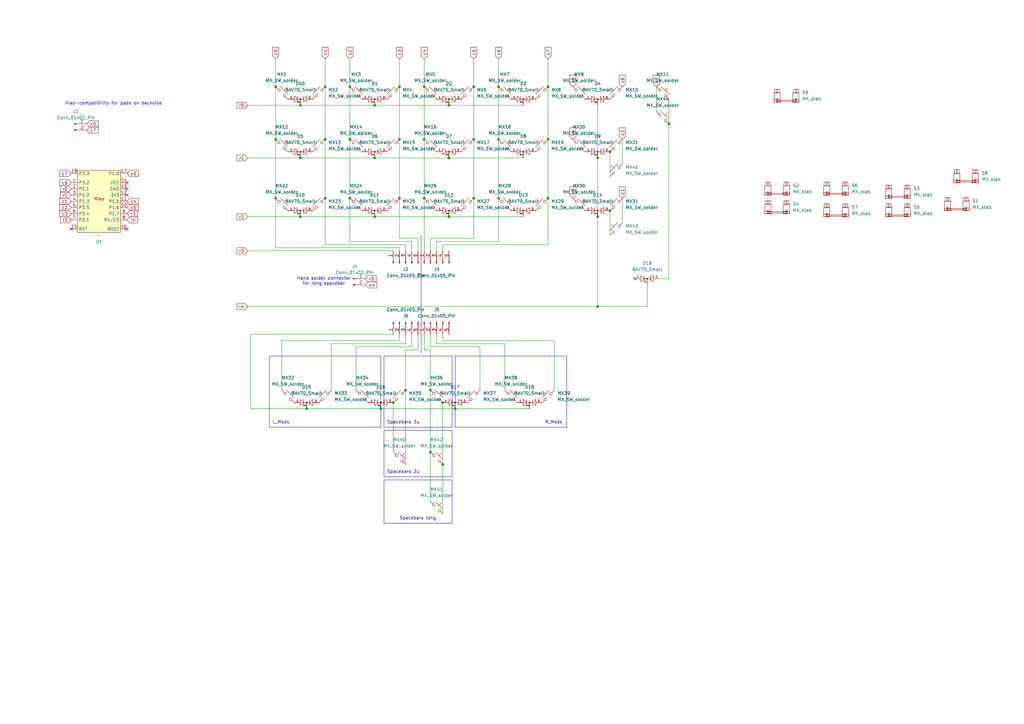
<source format=kicad_sch>
(kicad_sch (version 20231120) (generator "eeschema") (generator_version "8.0")
  (paper "A3")
  (lib_symbols
    (symbol "Connector:Conn_01x02_Pin" (pin_names (offset 1.016) hide)
      (property "Reference" "J" (at 0 2.54 0))
      (property "Value" "Conn_01x02_Pin" (at 0 -5.08 0))
      (symbol "Conn_01x02_Pin_1_1"
        (polyline (pts (xy 1.27 -2.54) (xy 0.8636 -2.54)) (stroke (width 0.1524)))
        (polyline (pts (xy 1.27 0) (xy 0.8636 0)) (stroke (width 0.1524)))
        (rectangle (start 0.8636 -2.413) (end 0 -2.667) (stroke (width 0.1524)) (fill (type outline)))
        (rectangle (start 0.8636 0.127) (end 0 -0.127) (stroke (width 0.1524)) (fill (type outline)))
        (pin passive line (at 5.08 0 180) (length 3.81) (name "Pin_1") (number "1"))
        (pin passive line (at 5.08 -2.54 180) (length 3.81) (name "Pin_2") (number "2"))
      )
    )
    (symbol "Connector:Conn_01x05_Pin" (pin_names (offset 1.016) hide)
      (property "Reference" "J" (at 0 7.62 0))
      (property "Value" "Conn_01x05_Pin" (at 0 -7.62 0))
      (symbol "Conn_01x05_Pin_1_1"
        (polyline (pts (xy 1.27 -5.08) (xy 0.8636 -5.08)) (stroke (width 0.1524)))
        (polyline (pts (xy 1.27 -2.54) (xy 0.8636 -2.54)) (stroke (width 0.1524)))
        (polyline (pts (xy 1.27 0) (xy 0.8636 0)) (stroke (width 0.1524)))
        (polyline (pts (xy 1.27 2.54) (xy 0.8636 2.54)) (stroke (width 0.1524)))
        (polyline (pts (xy 1.27 5.08) (xy 0.8636 5.08)) (stroke (width 0.1524)))
        (rectangle (start 0.8636 -4.953) (end 0 -5.207) (stroke (width 0.1524)) (fill (type outline)))
        (rectangle (start 0.8636 -2.413) (end 0 -2.667) (stroke (width 0.1524)) (fill (type outline)))
        (rectangle (start 0.8636 0.127) (end 0 -0.127) (stroke (width 0.1524)) (fill (type outline)))
        (rectangle (start 0.8636 2.667) (end 0 2.413) (stroke (width 0.1524)) (fill (type outline)))
        (rectangle (start 0.8636 5.207) (end 0 4.953) (stroke (width 0.1524)) (fill (type outline)))
        (pin passive line (at 5.08 5.08 180) (length 3.81) (name "Pin_1") (number "1"))
        (pin passive line (at 5.08 2.54 180) (length 3.81) (name "Pin_2") (number "2"))
        (pin passive line (at 5.08 0 180) (length 3.81) (name "Pin_3") (number "3"))
        (pin passive line (at 5.08 -2.54 180) (length 3.81) (name "Pin_4") (number "4"))
        (pin passive line (at 5.08 -5.08 180) (length 3.81) (name "Pin_5") (number "5"))
      )
    )
    (symbol "Miao:Miao_full_pinout"
      (property "Reference" "U" (at 0 5.08 0))
      (symbol "Miao_full_pinout_1_1"
        (rectangle (start -8.89 12.7) (end 8.89 -12.7) (fill (type background)))
        (text "Miao\n\n" (at 0 0 0) (effects (font (size 1.27 1.27))))
        (pin bidirectional line (at -11.43 7.62 0) (length 2.54) (name "P3.2") (number "1"))
        (pin bidirectional line (at 11.43 -2.54 180) (length 2.54) (name "P1.6") (number "10"))
        (pin bidirectional line (at 11.43 0 180) (length 2.54) (name "P1.5") (number "11"))
        (pin power_out line (at 11.43 2.54 180) (length 2.54) (name "3V3") (number "12"))
        (pin power_out line (at 11.43 5.08 180) (length 2.54) (name "GND") (number "13"))
        (pin power_in line (at 11.43 7.62 180) (length 2.54) (name "VCC") (number "14"))
        (pin input line (at -11.43 -11.43 0) (length 2.54) (name "RST") (number "15"))
        (pin input line (at 11.43 -11.43 180) (length 2.54) (name "BOOT") (number "16"))
        (pin bidirectional line (at 11.43 11.43 180) (length 2.54) (name "P1.0") (number "17"))
        (pin bidirectional line (at -11.43 11.43 0) (length 2.54) (name "P3.3") (number "18"))
        (pin bidirectional line (at -11.43 5.08 0) (length 2.54) (name "P1.1") (number "2"))
        (pin bidirectional line (at -11.43 2.54 0) (length 2.54) (name "P1.2") (number "3"))
        (pin bidirectional line (at -11.43 0 0) (length 2.54) (name "P1.3") (number "4"))
        (pin bidirectional line (at -11.43 -2.54 0) (length 2.54) (name "P3.5") (number "5"))
        (pin bidirectional line (at -11.43 -5.08 0) (length 2.54) (name "P3.4") (number "6"))
        (pin bidirectional line (at -11.43 -7.62 0) (length 2.54) (name "P3.1") (number "7"))
        (pin bidirectional line (at 11.43 -7.62 180) (length 2.54) (name "RX/CS") (number "8"))
        (pin bidirectional line (at 11.43 -5.08 180) (length 2.54) (name "P1.7") (number "9"))
      )
    )
    (symbol "PCM_marbastlib-mx:MX_SW_solder" (pin_numbers hide) (pin_names (offset 1.016) hide)
      (property "Reference" "MX" (at 3.048 1.016 0))
      (property "Value" "MX_SW_solder" (at 0 -3.81 0))
      (symbol "MX_SW_solder_0_1"
        (circle (center -1.1684 1.1684) (radius 0.508))
        (polyline (pts (xy -0.508 2.54) (xy 2.54 -0.508)))
        (polyline (pts (xy 1.016 1.016) (xy 2.032 2.032)))
        (polyline (pts (xy -2.54 2.54) (xy -1.524 1.524) (xy -1.524 1.524)))
        (polyline (pts (xy 1.524 -1.524) (xy 2.54 -2.54) (xy 2.54 -2.54) (xy 2.54 -2.54)))
        (circle (center 1.143 -1.1938) (radius 0.508))
        (pin passive line (at -2.54 2.54 0) (length 0) (name "1") (number "1"))
        (pin passive line (at 2.54 -2.54 180) (length 0) (name "2") (number "2"))
      )
    )
    (symbol "PCM_marbastlib-mx:MX_stab" (pin_names (offset 1.016))
      (property "Reference" "S" (at -5.08 6.35 0))
      (property "Value" "MX_stab" (at -5.08 3.81 0))
      (symbol "MX_stab_0_1"
        (rectangle (start -5.08 -1.524) (end -2.54 -2.54))
        (rectangle (start -5.08 1.27) (end -2.54 -2.54))
        (rectangle (start -4.826 2.794) (end -2.794 1.27))
        (rectangle (start -4.064 -2.286) (end -3.556 -1.016))
        (rectangle (start -4.064 -1.778) (end 4.064 -2.286))
        (rectangle (start -4.064 1.27) (end -3.556 2.794))
        (rectangle (start 2.54 -1.524) (end 5.08 -2.54))
        (rectangle (start 2.54 1.27) (end 5.08 -2.54))
        (rectangle (start 2.794 2.794) (end 4.826 1.27))
        (rectangle (start 3.556 1.27) (end 4.064 2.794))
        (rectangle (start 4.064 -2.286) (end 3.556 -1.016))
      )
    )
    (symbol "PCM_marbastlib-various:BAV70_Small" (pin_names (offset 0.762) hide)
      (property "Reference" "D" (at 0.635 -2.54 0))
      (property "Value" "BAV70_Small" (at 0 2.54 0))
      (symbol "BAV70_Small_0_1"
        (polyline (pts (xy -1.27 1.27) (xy -1.27 -1.27)))
        (polyline (pts (xy 1.27 0) (xy -1.27 0)))
        (polyline (pts (xy 1.27 1.27) (xy 1.27 -1.27)))
        (polyline (pts (xy -2.54 1.27) (xy -2.54 -1.27) (xy -1.27 0) (xy -2.54 1.27)))
        (polyline (pts (xy 2.54 1.27) (xy 2.54 -1.27) (xy 1.27 0) (xy 2.54 1.27)))
        (circle (center 0 0) (radius 0.254) (fill (type outline)))
      )
      (symbol "BAV70_Small_1_1"
        (pin input line (at -5.08 0 0) (length 2.54) (name "A1") (number "1"))
        (pin input line (at 5.08 0 180) (length 2.54) (name "A2") (number "2"))
        (pin passive line (at 0 -2.54 90) (length 2.54) (name "K") (number "3"))
      )
    )
  )
  (junction (at 133.35 81.28))
  (junction (at 224.79 35.56))
  (junction (at 224.79 81.28))
  (junction (at 163.83 35.56))
  (junction (at 143.51 81.28))
  (junction (at 204.47 35.56))
  (junction (at 245.11 125.73))
  (junction (at 133.35 35.56))
  (junction (at 113.03 81.28))
  (junction (at 123.19 64.77))
  (junction (at 156.21 167.64))
  (junction (at 113.03 57.15))
  (junction (at 123.19 88.9))
  (junction (at 153.67 43.18))
  (junction (at 123.19 43.18))
  (junction (at 184.15 88.9))
  (junction (at 184.15 43.18))
  (junction (at 184.15 64.77))
  (junction (at 166.37 160.02))
  (junction (at 176.53 160.02))
  (junction (at 143.51 57.15))
  (junction (at 163.83 57.15))
  (junction (at 133.35 57.15))
  (junction (at 274.32 50.8))
  (junction (at 250.19 86.36))
  (junction (at 163.83 81.28))
  (junction (at 181.61 190.5))
  (junction (at 194.31 57.15))
  (junction (at 194.31 35.56))
  (junction (at 250.19 62.23))
  (junction (at 161.29 165.1))
  (junction (at 186.69 167.64))
  (junction (at 181.61 165.1))
  (junction (at 153.67 64.77))
  (junction (at 176.53 185.42))
  (junction (at 143.51 35.56))
  (junction (at 204.47 81.28))
  (junction (at 173.99 57.15))
  (junction (at 153.67 88.9))
  (junction (at 224.79 57.15))
  (junction (at 173.99 81.28))
  (junction (at 204.47 57.15))
  (junction (at 173.99 35.56))
  (junction (at 194.31 81.28))
  (junction (at 245.11 88.9))
  (junction (at 245.11 64.77))
  (junction (at 125.73 167.64))
  (junction (at 113.03 35.56))
  (no_connect (at 52.07 93.98))
  (no_connect (at 52.07 74.93))
  (no_connect (at 52.07 77.47))
  (no_connect (at 52.07 80.01))
  (no_connect (at 29.21 93.98))
  (no_connect (at 260.35 114.3))
  (wire (pts (xy 102.87 137.16) (xy 102.87 167.64)))
  (wire (pts (xy 135.89 140.97) (xy 166.37 140.97)))
  (wire (pts (xy 176.53 143.51) (xy 173.99 143.51)))
  (wire (pts (xy 250.19 62.23) (xy 250.19 72.39)))
  (wire (pts (xy 173.99 35.56) (xy 173.99 57.15)))
  (wire (pts (xy 245.11 88.9) (xy 245.11 125.73)))
  (wire (pts (xy 153.67 64.77) (xy 184.15 64.77)))
  (wire (pts (xy 176.53 137.16) (xy 176.53 142.24)))
  (wire (pts (xy 245.11 64.77) (xy 245.11 88.9)))
  (wire (pts (xy 101.6 43.18) (xy 123.19 43.18)))
  (wire (pts (xy 153.67 88.9) (xy 184.15 88.9)))
  (wire (pts (xy 163.83 137.16) (xy 163.83 139.7)))
  (wire (pts (xy 166.37 143.51) (xy 171.45 143.51)))
  (wire (pts (xy 196.85 142.24) (xy 196.85 160.02)))
  (wire (pts (xy 274.32 40.64) (xy 274.32 50.8)))
  (wire (pts (xy 143.51 24.13) (xy 143.51 35.56)))
  (wire (pts (xy 181.61 190.5) (xy 181.61 210.82)))
  (wire (pts (xy 123.19 64.77) (xy 153.67 64.77)))
  (wire (pts (xy 181.61 100.33) (xy 224.79 100.33)))
  (wire (pts (xy 194.31 81.28) (xy 194.31 97.79)))
  (wire (pts (xy 176.53 185.42) (xy 176.53 205.74)))
  (wire (pts (xy 153.67 43.18) (xy 184.15 43.18)))
  (wire (pts (xy 101.6 88.9) (xy 123.19 88.9)))
  (wire (pts (xy 265.43 116.84) (xy 265.43 125.73)))
  (wire (pts (xy 207.01 140.97) (xy 179.07 140.97)))
  (wire (pts (xy 163.83 35.56) (xy 163.83 57.15)))
  (wire (pts (xy 194.31 35.56) (xy 194.31 57.15)))
  (wire (pts (xy 113.03 57.15) (xy 113.03 81.28)))
  (wire (pts (xy 224.79 24.13) (xy 224.79 35.56)))
  (wire (pts (xy 207.01 160.02) (xy 207.01 140.97)))
  (wire (pts (xy 224.79 57.15) (xy 224.79 81.28)))
  (wire (pts (xy 163.83 97.79) (xy 171.45 97.79)))
  (wire (pts (xy 194.31 24.13) (xy 194.31 35.56)))
  (wire (pts (xy 181.61 139.7) (xy 227.33 139.7)))
  (wire (pts (xy 184.15 43.18) (xy 214.63 43.18)))
  (wire (pts (xy 101.6 102.87) (xy 161.29 102.87)))
  (wire (pts (xy 163.83 81.28) (xy 163.83 97.79)))
  (wire (pts (xy 133.35 57.15) (xy 133.35 81.28)))
  (wire (pts (xy 168.91 142.24) (xy 146.05 142.24)))
  (wire (pts (xy 125.73 167.64) (xy 156.21 167.64)))
  (wire (pts (xy 166.37 100.33) (xy 166.37 102.87)))
  (wire (pts (xy 274.32 114.3) (xy 270.51 114.3)))
  (wire (pts (xy 227.33 139.7) (xy 227.33 160.02)))
  (wire (pts (xy 133.35 35.56) (xy 133.35 57.15)))
  (wire (pts (xy 101.6 64.77) (xy 123.19 64.77)))
  (wire (pts (xy 166.37 140.97) (xy 166.37 137.16)))
  (wire (pts (xy 179.07 99.06) (xy 204.47 99.06)))
  (wire (pts (xy 245.11 125.73) (xy 101.6 125.73)))
  (wire (pts (xy 181.61 165.1) (xy 181.61 190.5)))
  (wire (pts (xy 163.83 57.15) (xy 163.83 81.28)))
  (wire (pts (xy 143.51 81.28) (xy 143.51 99.06)))
  (wire (pts (xy 123.19 88.9) (xy 153.67 88.9)))
  (wire (pts (xy 176.53 142.24) (xy 196.85 142.24)))
  (wire (pts (xy 168.91 99.06) (xy 168.91 102.87)))
  (wire (pts (xy 146.05 142.24) (xy 146.05 160.02)))
  (wire (pts (xy 166.37 160.02) (xy 166.37 143.51)))
  (wire (pts (xy 176.53 97.79) (xy 176.53 102.87)))
  (wire (pts (xy 265.43 125.73) (xy 245.11 125.73)))
  (wire (pts (xy 163.83 24.13) (xy 163.83 35.56)))
  (wire (pts (xy 156.21 167.64) (xy 186.69 167.64)))
  (wire (pts (xy 181.61 102.87) (xy 181.61 100.33)))
  (wire (pts (xy 250.19 86.36) (xy 250.19 96.52)))
  (wire (pts (xy 166.37 160.02) (xy 166.37 190.5)))
  (wire (pts (xy 173.99 24.13) (xy 173.99 35.56)))
  (wire (pts (xy 143.51 57.15) (xy 143.51 81.28)))
  (wire (pts (xy 176.53 160.02) (xy 176.53 185.42)))
  (wire (pts (xy 133.35 24.13) (xy 133.35 35.56)))
  (wire (pts (xy 173.99 57.15) (xy 173.99 81.28)))
  (wire (pts (xy 133.35 100.33) (xy 166.37 100.33)))
  (wire (pts (xy 194.31 57.15) (xy 194.31 81.28)))
  (wire (pts (xy 113.03 35.56) (xy 113.03 57.15)))
  (wire (pts (xy 133.35 81.28) (xy 133.35 100.33)))
  (wire (pts (xy 123.19 43.18) (xy 153.67 43.18)))
  (wire (pts (xy 135.89 160.02) (xy 135.89 140.97)))
  (wire (pts (xy 179.07 140.97) (xy 179.07 137.16)))
  (wire (pts (xy 204.47 57.15) (xy 204.47 81.28)))
  (wire (pts (xy 161.29 165.1) (xy 161.29 185.42)))
  (wire (pts (xy 168.91 137.16) (xy 168.91 142.24)))
  (wire (pts (xy 102.87 167.64) (xy 125.73 167.64)))
  (wire (pts (xy 163.83 101.6) (xy 163.83 102.87)))
  (wire (pts (xy 274.32 50.8) (xy 274.32 114.3)))
  (wire (pts (xy 255.27 57.15) (xy 255.27 67.31)))
  (wire (pts (xy 269.24 35.56) (xy 269.24 45.72)))
  (wire (pts (xy 224.79 35.56) (xy 224.79 57.15)))
  (wire (pts (xy 184.15 88.9) (xy 214.63 88.9)))
  (wire (pts (xy 179.07 102.87) (xy 179.07 99.06)))
  (wire (pts (xy 176.53 160.02) (xy 176.53 143.51)))
  (wire (pts (xy 224.79 81.28) (xy 224.79 100.33)))
  (wire (pts (xy 194.31 97.79) (xy 176.53 97.79)))
  (wire (pts (xy 204.47 99.06) (xy 204.47 81.28)))
  (wire (pts (xy 102.87 137.16) (xy 161.29 137.16)))
  (wire (pts (xy 171.45 97.79) (xy 171.45 102.87)))
  (wire (pts (xy 115.57 139.7) (xy 115.57 160.02)))
  (wire (pts (xy 171.45 143.51) (xy 171.45 137.16)))
  (wire (pts (xy 143.51 99.06) (xy 168.91 99.06)))
  (wire (pts (xy 143.51 35.56) (xy 143.51 57.15)))
  (wire (pts (xy 204.47 35.56) (xy 204.47 57.15)))
  (wire (pts (xy 186.69 167.64) (xy 217.17 167.64)))
  (wire (pts (xy 113.03 101.6) (xy 163.83 101.6)))
  (wire (pts (xy 204.47 24.13) (xy 204.47 35.56)))
  (wire (pts (xy 255.27 81.28) (xy 255.27 91.44)))
  (wire (pts (xy 113.03 81.28) (xy 113.03 101.6)))
  (wire (pts (xy 163.83 139.7) (xy 115.57 139.7)))
  (wire (pts (xy 173.99 143.51) (xy 173.99 137.16)))
  (wire (pts (xy 245.11 43.18) (xy 245.11 64.77)))
  (wire (pts (xy 184.15 64.77) (xy 214.63 64.77)))
  (wire (pts (xy 173.99 81.28) (xy 173.99 102.87)))
  (wire (pts (xy 113.03 24.13) (xy 113.03 35.56)))
  (polyline (pts (xy 172.72 96.52) (xy 172.72 144.78)))
  (wire (pts (xy 181.61 137.16) (xy 181.61 139.7)))
  (rectangle (start 157.48 146.05) (end 185.42 175.26))
  (rectangle (start 157.48 176.53) (end 185.42 195.58))
  (rectangle (start 157.48 196.85) (end 185.42 214.63))
  (rectangle (start 186.69 146.05) (end 232.41 175.26))
  (rectangle (start 110.49 146.05) (end 156.21 175.26))
  (text "Hand solder connector\nfor long spacebar\n" (at 132.842 115.316 0) (effects (font (size 1.27 1.27))))
  (text "L_Mods" (at 111.76 173.99 0) (effects (font (size 1.27 1.27)) (justify left bottom)))
  (text "R_Mods" (at 223.52 173.99 0) (effects (font (size 1.27 1.27)) (justify left bottom)))
  (text "Spacebars 2u" (at 158.75 194.31 0) (effects (font (size 1.27 1.27)) (justify left bottom)))
  (text "Xiao-compatibility for pads on backside" (at 26.67 43.18 0) (effects (font (size 1.27 1.27)) (justify left bottom)))
  (text "Spacebars 3u" (at 158.75 173.99 0) (effects (font (size 1.27 1.27)) (justify left bottom)))
  (text "Spacebars long" (at 163.83 213.36 0) (effects (font (size 1.27 1.27)) (justify left bottom)))
  (global_label "c3" (shape input) (at 29.21 87.63 180) (property "Intersheetrefs" "${INTERSHEET_REFS}" (effects (hide yes))))
  (global_label "c7" (shape input) (at 29.21 71.12 180) (property "Intersheetrefs" "${INTERSHEET_REFS}" (effects (hide yes))))
  (global_label "c6" (shape input) (at 204.47 24.13 90) (property "Intersheetrefs" "${INTERSHEET_REFS}" (effects (hide yes))))
  (global_label "c1" (shape input) (at 29.21 82.55 180) (property "Intersheetrefs" "${INTERSHEET_REFS}" (effects (hide yes))))
  (global_label "c4" (shape input) (at 52.07 82.55 0) (property "Intersheetrefs" "${INTERSHEET_REFS}" (effects (hide yes))))
  (global_label "r3" (shape input) (at 52.07 87.63 0) (property "Intersheetrefs" "${INTERSHEET_REFS}" (effects (hide yes))))
  (global_label "c2" (shape input) (at 143.51 24.13 90) (property "Intersheetrefs" "${INTERSHEET_REFS}" (effects (hide yes))))
  (global_label "c7" (shape input) (at 224.79 24.13 90) (property "Intersheetrefs" "${INTERSHEET_REFS}" (effects (hide yes))))
  (global_label "r2" (shape input) (at 101.6 88.9 180) (property "Intersheetrefs" "${INTERSHEET_REFS}" (effects (hide yes))))
  (global_label "r2" (shape input) (at 29.21 90.17 180) (property "Intersheetrefs" "${INTERSHEET_REFS}" (effects (hide yes))))
  (global_label "c5" (shape input) (at 194.31 24.13 90) (property "Intersheetrefs" "${INTERSHEET_REFS}" (effects (hide yes))))
  (global_label "c1" (shape input) (at 133.35 24.13 90) (property "Intersheetrefs" "${INTERSHEET_REFS}" (effects (hide yes))))
  (global_label "r1" (shape input) (at 29.21 80.01 180) (property "Intersheetrefs" "${INTERSHEET_REFS}" (effects (hide yes))))
  (global_label "c3" (shape input) (at 163.83 24.13 90) (property "Intersheetrefs" "${INTERSHEET_REFS}" (effects (hide yes))))
  (global_label "c7" (shape input) (at 269.24 35.56 90) (property "Intersheetrefs" "${INTERSHEET_REFS}" (effects (hide yes))))
  (global_label "c0" (shape input) (at 52.07 71.12 0) (property "Intersheetrefs" "${INTERSHEET_REFS}" (effects (hide yes))))
  (global_label "c3" (shape input) (at 234.95 81.28 90) (property "Intersheetrefs" "${INTERSHEET_REFS}" (effects (hide yes))))
  (global_label "c4" (shape input) (at 173.99 24.13 90) (property "Intersheetrefs" "${INTERSHEET_REFS}" (effects (hide yes))))
  (global_label "r1" (shape input) (at 101.6 64.77 180) (property "Intersheetrefs" "${INTERSHEET_REFS}" (effects (hide yes))))
  (global_label "r0" (shape input) (at 101.6 43.18 180) (property "Intersheetrefs" "${INTERSHEET_REFS}" (effects (hide yes))))
  (global_label "r4" (shape input) (at 52.07 90.17 0) (property "Intersheetrefs" "${INTERSHEET_REFS}" (effects (hide yes))))
  (global_label "r0" (shape input) (at 29.21 77.47 180) (property "Intersheetrefs" "${INTERSHEET_REFS}" (effects (hide yes))))
  (global_label "c6" (shape input) (at 29.21 74.93 180) (property "Intersheetrefs" "${INTERSHEET_REFS}" (effects (hide yes))))
  (global_label "c0" (shape input) (at 113.03 24.13 90) (property "Intersheetrefs" "${INTERSHEET_REFS}" (effects (hide yes))))
  (global_label "r4" (shape input) (at 101.6 125.73 180) (property "Intersheetrefs" "${INTERSHEET_REFS}" (effects (hide yes))))
  (global_label "c4" (shape input) (at 149.86 116.84 0) (property "Intersheetrefs" "${INTERSHEET_REFS}" (effects (hide yes))))
  (global_label "c6" (shape input) (at 255.27 35.56 90) (property "Intersheetrefs" "${INTERSHEET_REFS}" (effects (hide yes))))
  (global_label "c1" (shape input) (at 255.27 81.28 90) (property "Intersheetrefs" "${INTERSHEET_REFS}" (effects (hide yes))))
  (global_label "c0" (shape input) (at 35.56 50.8 0) (property "Intersheetrefs" "${INTERSHEET_REFS}" (effects (hide yes))))
  (global_label "c2" (shape input) (at 29.21 85.09 180) (property "Intersheetrefs" "${INTERSHEET_REFS}" (effects (hide yes))))
  (global_label "r3" (shape input) (at 149.86 114.3 0) (property "Intersheetrefs" "${INTERSHEET_REFS}" (effects (hide yes))))
  (global_label "c5" (shape input) (at 234.95 35.56 90) (property "Intersheetrefs" "${INTERSHEET_REFS}" (effects (hide yes))))
  (global_label "c7" (shape input) (at 35.56 53.34 0) (property "Intersheetrefs" "${INTERSHEET_REFS}" (effects (hide yes))))
  (global_label "c4" (shape input) (at 234.95 57.15 90) (property "Intersheetrefs" "${INTERSHEET_REFS}" (effects (hide yes))))
  (global_label "c5" (shape input) (at 52.07 85.09 0) (property "Intersheetrefs" "${INTERSHEET_REFS}" (effects (hide yes))))
  (global_label "r3" (shape input) (at 101.6 102.87 180) (property "Intersheetrefs" "${INTERSHEET_REFS}" (effects (hide yes))))
  (global_label "c2" (shape input) (at 255.27 57.15 90) (property "Intersheetrefs" "${INTERSHEET_REFS}" (effects (hide yes))))
  (symbol (lib_id "PCM_marbastlib-various:BAV70_Small") (at 184.15 62.23 0) (unit 1)
    (property "Reference" "D7" (at 184.15 55.88 0))
    (property "Value" "BAV70_Small" (at 184.15 58.42 0))
    (property "Footprint" "Package_TO_SOT_SMD:SOT-23" (effects (hide yes)))
    (property "Datasheet" "https://assets.nexperia.com/documents/data-sheet/BAV70_SER.pdf" (effects (hide yes)))
  )
  (symbol (lib_id "Connector:Conn_01x05_Pin") (at 179.07 107.95 90) (unit 1)
    (property "Reference" "J3" (at 179.07 110.49 90))
    (property "Value" "Conn_01x05_Pin" (at 179.07 113.03 90))
    (property "Footprint" "Connector_PinHeader_2.54mm:PinHeader_1x05_P2.54mm_Vertical" (effects (hide yes)))
    (property "Description" "Generic connector, single row, 01x05, script generated" (effects (hide yes)))
  )
  (symbol (lib_id "PCM_marbastlib-various:BAV70_Small") (at 153.67 86.36 0) (unit 1)
    (property "Reference" "D11" (at 153.67 80.01 0))
    (property "Value" "BAV70_Small" (at 153.67 82.55 0))
    (property "Footprint" "Package_TO_SOT_SMD:SOT-23" (effects (hide yes)))
    (property "Datasheet" "https://assets.nexperia.com/documents/data-sheet/BAV70_SER.pdf" (effects (hide yes)))
  )
  (symbol (lib_id "PCM_marbastlib-mx:MX_SW_solder") (at 115.57 83.82 0) (unit 1)
    (property "Reference" "MX22" (at 115.57 76.2 0))
    (property "Value" "MX_SW_solder" (at 115.57 78.74 0))
    (property "Footprint" "PCM_marbastlib-mx:SW_MX_1.75u" (effects (hide yes)))
  )
  (symbol (lib_id "PCM_marbastlib-mx:MX_stab") (at 368.3 86.36 0) (unit 1)
    (property "Reference" "S5" (at 374.65 84.963 0) (effects (justify left)))
    (property "Value" "MX_stab" (at 374.65 87.503 0) (effects (justify left)))
    (property "Footprint" "PCM_marbastlib-mx:STAB_MX_2u" (effects (hide yes)))
  )
  (symbol (lib_id "PCM_marbastlib-mx:MX_SW_solder") (at 252.73 93.98 90) (unit 1)
    (property "Reference" "MX43" (at 256.54 92.71 90) (effects (justify right)))
    (property "Value" "MX_SW_solder" (at 256.54 95.25 90) (effects (justify right)))
    (property "Footprint" "PCM_marbastlib-mx:SW_MX_1u" (effects (hide yes)))
  )
  (symbol (lib_id "PCM_marbastlib-various:BAV70_Small") (at 123.19 40.64 0) (unit 1)
    (property "Reference" "D40" (at 123.19 34.29 0))
    (property "Value" "BAV70_Small" (at 123.19 36.83 0))
    (property "Footprint" "Package_TO_SOT_SMD:SOT-23" (effects (hide yes)))
    (property "Datasheet" "https://assets.nexperia.com/documents/data-sheet/BAV70_SER.pdf" (effects (hide yes)))
  )
  (symbol (lib_id "PCM_marbastlib-mx:MX_SW_solder") (at 163.83 162.56 90) (unit 1)
    (property "Reference" "MX35" (at 167.64 161.29 90) (effects (justify right)))
    (property "Value" "MX_SW_solder" (at 167.64 163.83 90) (effects (justify right)))
    (property "Footprint" "PCM_marbastlib-mx:SW_MX_1u" (effects (hide yes)))
  )
  (symbol (lib_id "PCM_marbastlib-mx:MX_SW_solder") (at 271.78 48.26 0) (unit 1)
    (property "Reference" "MX44" (at 271.78 40.64 0))
    (property "Value" "MX_SW_solder" (at 271.78 43.18 0))
    (property "Footprint" "PCM_marbastlib-mx:SW_MX_1.5u" (effects (hide yes)))
  )
  (symbol (lib_id "PCM_marbastlib-mx:MX_SW_solder") (at 237.49 83.82 0) (unit 1)
    (property "Reference" "MX30" (at 237.49 76.2 0))
    (property "Value" "MX_SW_solder" (at 237.49 78.74 0))
    (property "Footprint" "PCM_marbastlib-mx:SW_MX_1u" (effects (hide yes)))
  )
  (symbol (lib_id "PCM_marbastlib-mx:MX_SW_solder") (at 252.73 38.1 90) (unit 1)
    (property "Reference" "MX10" (at 256.54 36.83 90) (effects (justify right)))
    (property "Value" "MX_SW_solder" (at 256.54 39.37 90) (effects (justify right)))
    (property "Footprint" "PCM_marbastlib-mx:SW_MX_1u" (effects (hide yes)))
  )
  (symbol (lib_id "PCM_marbastlib-mx:MX_SW_solder") (at 222.25 38.1 90) (unit 1)
    (property "Reference" "MX8" (at 226.06 36.83 90) (effects (justify right)))
    (property "Value" "MX_SW_solder" (at 226.06 39.37 90) (effects (justify right)))
    (property "Footprint" "PCM_marbastlib-mx:SW_MX_1u" (effects (hide yes)))
  )
  (symbol (lib_id "Miao:Miao_full_pinout") (at 40.64 82.55 0) (unit 1)
    (property "Reference" "U1" (at 40.64 99.06 0))
    (property "Value" "~" (at 40.64 96.52 0))
    (property "Footprint" "Einzelne Custom:Miao" (effects (hide yes)))
  )
  (symbol (lib_id "PCM_marbastlib-various:BAV70_Small") (at 217.17 165.1 0) (unit 1)
    (property "Reference" "D18" (at 217.17 158.75 0))
    (property "Value" "BAV70_Small" (at 217.17 161.29 0))
    (property "Footprint" "Package_TO_SOT_SMD:SOT-23" (effects (hide yes)))
    (property "Datasheet" "https://assets.nexperia.com/documents/data-sheet/BAV70_SER.pdf" (effects (hide yes)))
  )
  (symbol (lib_id "PCM_marbastlib-various:BAV70_Small") (at 123.19 86.36 0) (unit 1)
    (property "Reference" "D10" (at 123.19 80.01 0))
    (property "Value" "BAV70_Small" (at 123.19 82.55 0))
    (property "Footprint" "Package_TO_SOT_SMD:SOT-23" (effects (hide yes)))
    (property "Datasheet" "https://assets.nexperia.com/documents/data-sheet/BAV70_SER.pdf" (effects (hide yes)))
  )
  (symbol (lib_id "PCM_marbastlib-mx:MX_SW_solder") (at 207.01 59.69 0) (unit 1)
    (property "Reference" "MX18" (at 207.01 52.07 0))
    (property "Value" "MX_SW_solder" (at 207.01 54.61 0))
    (property "Footprint" "PCM_marbastlib-mx:SW_MX_1u" (effects (hide yes)))
  )
  (symbol (lib_id "PCM_marbastlib-mx:MX_SW_solder") (at 207.01 83.82 0) (unit 1)
    (property "Reference" "MX28" (at 207.01 76.2 0))
    (property "Value" "MX_SW_solder" (at 207.01 78.74 0))
    (property "Footprint" "PCM_marbastlib-mx:SW_MX_1u" (effects (hide yes)))
  )
  (symbol (lib_id "Connector:Conn_01x05_Pin") (at 166.37 107.95 90) (unit 1)
    (property "Reference" "J2" (at 166.37 110.49 90))
    (property "Value" "Conn_01x05_Pin" (at 166.37 113.03 90))
    (property "Footprint" "Connector_PinHeader_2.54mm:PinHeader_1x05_P2.54mm_Vertical" (effects (hide yes)))
    (property "Description" "Generic connector, single row, 01x05, script generated" (effects (hide yes)))
  )
  (symbol (lib_id "PCM_marbastlib-mx:MX_SW_solder") (at 130.81 59.69 90) (unit 1)
    (property "Reference" "MX13" (at 134.62 58.42 90) (effects (justify right)))
    (property "Value" "MX_SW_solder" (at 134.62 60.96 90) (effects (justify right)))
    (property "Footprint" "PCM_marbastlib-mx:SW_MX_1u" (effects (hide yes)))
  )
  (symbol (lib_id "PCM_marbastlib-mx:MX_SW_solder") (at 207.01 38.1 0) (unit 1)
    (property "Reference" "MX7" (at 207.01 30.48 0))
    (property "Value" "MX_SW_solder" (at 207.01 33.02 0))
    (property "Footprint" "PCM_marbastlib-mx:SW_MX_1u" (effects (hide yes)))
  )
  (symbol (lib_id "PCM_marbastlib-various:BAV70_Small") (at 125.73 165.1 0) (unit 1)
    (property "Reference" "D15" (at 125.73 158.75 0))
    (property "Value" "BAV70_Small" (at 125.73 161.29 0))
    (property "Footprint" "Package_TO_SOT_SMD:SOT-23" (effects (hide yes)))
    (property "Datasheet" "https://assets.nexperia.com/documents/data-sheet/BAV70_SER.pdf" (effects (hide yes)))
  )
  (symbol (lib_id "PCM_marbastlib-mx:MX_SW_solder") (at 161.29 59.69 90) (unit 1)
    (property "Reference" "MX15" (at 165.1 58.42 90) (effects (justify right)))
    (property "Value" "MX_SW_solder" (at 165.1 60.96 90) (effects (justify right)))
    (property "Footprint" "PCM_marbastlib-mx:SW_MX_1u" (effects (hide yes)))
  )
  (symbol (lib_id "PCM_marbastlib-various:BAV70_Small") (at 214.63 40.64 0) (unit 1)
    (property "Reference" "D3" (at 214.63 34.29 0))
    (property "Value" "BAV70_Small" (at 214.63 36.83 0))
    (property "Footprint" "Package_TO_SOT_SMD:SOT-23" (effects (hide yes)))
    (property "Datasheet" "https://assets.nexperia.com/documents/data-sheet/BAV70_SER.pdf" (effects (hide yes)))
  )
  (symbol (lib_id "PCM_marbastlib-mx:MX_SW_solder") (at 237.49 38.1 0) (unit 1)
    (property "Reference" "MX9" (at 237.49 30.48 0))
    (property "Value" "MX_SW_solder" (at 237.49 33.02 0))
    (property "Footprint" "PCM_marbastlib-mx:SW_MX_1u" (effects (hide yes)))
  )
  (symbol (lib_id "PCM_marbastlib-mx:MX_stab") (at 322.58 39.37 0) (unit 1)
    (property "Reference" "S9" (at 328.93 37.9729 0) (effects (justify left)))
    (property "Value" "MX_stab" (at 328.93 40.5129 0) (effects (justify left)))
    (property "Footprint" "PCM_marbastlib-mx:STAB_MX_P_ISO" (effects (hide yes)))
    (property "Description" "Cherry MX-style stabilizer" (effects (hide yes)))
  )
  (symbol (lib_id "PCM_marbastlib-mx:MX_SW_solder") (at 176.53 83.82 0) (unit 1)
    (property "Reference" "MX26" (at 176.53 76.2 0))
    (property "Value" "MX_SW_solder" (at 176.53 78.74 0))
    (property "Footprint" "PCM_marbastlib-mx:SW_MX_1u" (effects (hide yes)))
  )
  (symbol (lib_id "PCM_marbastlib-mx:MX_SW_solder") (at 176.53 59.69 0) (unit 1)
    (property "Reference" "MX16" (at 176.53 52.07 0))
    (property "Value" "MX_SW_solder" (at 176.53 54.61 0))
    (property "Footprint" "PCM_marbastlib-mx:SW_MX_1u" (effects (hide yes)))
  )
  (symbol (lib_id "PCM_marbastlib-mx:MX_SW_solder") (at 224.79 162.56 90) (unit 1)
    (property "Reference" "MX39" (at 228.6 161.29 90) (effects (justify right)))
    (property "Value" "MX_SW_solder" (at 228.6 163.83 90) (effects (justify right)))
    (property "Footprint" "PCM_marbastlib-mx:SW_MX_1u" (effects (hide yes)))
  )
  (symbol (lib_id "PCM_marbastlib-mx:MX_SW_solder") (at 146.05 59.69 0) (unit 1)
    (property "Reference" "MX14" (at 146.05 52.07 0))
    (property "Value" "MX_SW_solder" (at 146.05 54.61 0))
    (property "Footprint" "PCM_marbastlib-mx:SW_MX_1u" (effects (hide yes)))
  )
  (symbol (lib_id "PCM_marbastlib-various:BAV70_Small") (at 245.11 40.64 0) (unit 1)
    (property "Reference" "D4" (at 245.11 34.29 0))
    (property "Value" "BAV70_Small" (at 245.11 36.83 0))
    (property "Footprint" "Package_TO_SOT_SMD:SOT-23" (effects (hide yes)))
    (property "Datasheet" "https://assets.nexperia.com/documents/data-sheet/BAV70_SER.pdf" (effects (hide yes)))
  )
  (symbol (lib_id "PCM_marbastlib-mx:MX_SW_solder") (at 222.25 59.69 90) (unit 1)
    (property "Reference" "MX19" (at 226.06 58.42 90) (effects (justify right)))
    (property "Value" "MX_SW_solder" (at 226.06 60.96 90) (effects (justify right)))
    (property "Footprint" "PCM_marbastlib-mx:SW_MX_1u" (effects (hide yes)))
  )
  (symbol (lib_id "PCM_marbastlib-mx:MX_SW_solder") (at 133.35 162.56 90) (unit 1)
    (property "Reference" "MX33" (at 137.16 161.29 90) (effects (justify right)))
    (property "Value" "MX_SW_solder" (at 137.16 163.83 90) (effects (justify right)))
    (property "Footprint" "PCM_marbastlib-mx:SW_MX_1u" (effects (hide yes)))
  )
  (symbol (lib_id "PCM_marbastlib-mx:MX_stab") (at 392.43 83.82 0) (unit 1)
    (property "Reference" "S1" (at 398.78 82.423 0) (effects (justify left)))
    (property "Value" "MX_stab" (at 398.78 84.963 0) (effects (justify left)))
    (property "Footprint" "PCM_marbastlib-mx:STAB_MX_2.25u" (effects (hide yes)))
  )
  (symbol (lib_id "PCM_marbastlib-mx:MX_SW_solder") (at 209.55 162.56 0) (unit 1)
    (property "Reference" "MX38" (at 209.55 154.94 0))
    (property "Value" "MX_SW_solder" (at 209.55 157.48 0))
    (property "Footprint" "PCM_marbastlib-mx:SW_MX_1u" (effects (hide yes)))
  )
  (symbol (lib_id "PCM_marbastlib-mx:MX_SW_solder") (at 130.81 38.1 90) (unit 1)
    (property "Reference" "MX2" (at 134.62 36.83 90) (effects (justify right)))
    (property "Value" "MX_SW_solder" (at 134.62 39.37 90) (effects (justify right)))
    (property "Footprint" "PCM_marbastlib-mx:SW_MX_1u" (effects (hide yes)))
  )
  (symbol (lib_id "PCM_marbastlib-various:BAV70_Small") (at 156.21 165.1 0) (unit 1)
    (property "Reference" "D16" (at 156.21 158.75 0))
    (property "Value" "BAV70_Small" (at 156.21 161.29 0))
    (property "Footprint" "Package_TO_SOT_SMD:SOT-23" (effects (hide yes)))
    (property "Datasheet" "https://assets.nexperia.com/documents/data-sheet/BAV70_SER.pdf" (effects (hide yes)))
  )
  (symbol (lib_id "PCM_marbastlib-mx:MX_stab") (at 318.77 85.09 0) (unit 1)
    (property "Reference" "S4" (at 325.12 83.693 0) (effects (justify left)))
    (property "Value" "MX_stab" (at 325.12 86.233 0) (effects (justify left)))
    (property "Footprint" "PCM_marbastlib-mx:STAB_MX_2u" (effects (hide yes)))
  )
  (symbol (lib_id "Connector:Conn_01x05_Pin") (at 166.37 132.08 90) (mirror x) (unit 1)
    (property "Reference" "J6" (at 166.37 129.54 90))
    (property "Value" "Conn_01x05_Pin" (at 166.37 127 90))
    (property "Footprint" "Connector_PinHeader_2.54mm:PinHeader_1x05_P2.54mm_Vertical" (effects (hide yes)))
    (property "Description" "Generic connector, single row, 01x05, script generated" (effects (hide yes)))
  )
  (symbol (lib_id "PCM_marbastlib-various:BAV70_Small") (at 186.69 165.1 0) (unit 1)
    (property "Reference" "D17" (at 186.69 158.75 0))
    (property "Value" "BAV70_Small" (at 186.69 161.29 0))
    (property "Footprint" "Package_TO_SOT_SMD:SOT-23" (effects (hide yes)))
    (property "Datasheet" "https://assets.nexperia.com/documents/data-sheet/BAV70_SER.pdf" (effects (hide yes)))
  )
  (symbol (lib_id "PCM_marbastlib-mx:MX_SW_solder") (at 118.11 162.56 0) (unit 1)
    (property "Reference" "MX32" (at 118.11 154.94 0))
    (property "Value" "MX_SW_solder" (at 118.11 157.48 0))
    (property "Footprint" "PCM_marbastlib-mx:SW_MX_1u" (effects (hide yes)))
  )
  (symbol (lib_id "PCM_marbastlib-mx:MX_SW_solder") (at 179.07 162.56 0) (unit 1)
    (property "Reference" "MX36" (at 179.07 154.94 0))
    (property "Value" "MX_SW_solder" (at 179.07 157.48 0))
    (property "Footprint" "PCM_marbastlib-mx:SW_MX_1u" (effects (hide yes)))
  )
  (symbol (lib_id "PCM_marbastlib-mx:MX_SW_solder") (at 191.77 38.1 90) (unit 1)
    (property "Reference" "MX6" (at 195.58 36.83 90) (effects (justify right)))
    (property "Value" "MX_SW_solder" (at 195.58 39.37 90) (effects (justify right)))
    (property "Footprint" "PCM_marbastlib-mx:SW_MX_1u" (effects (hide yes)))
  )
  (symbol (lib_id "PCM_marbastlib-mx:MX_stab") (at 342.9 86.36 0) (unit 1)
    (property "Reference" "S7" (at 349.25 84.963 0) (effects (justify left)))
    (property "Value" "MX_stab" (at 349.25 87.503 0) (effects (justify left)))
    (property "Footprint" "PCM_marbastlib-mx:STAB_MX_P_10u" (effects (hide yes)))
  )
  (symbol (lib_id "PCM_marbastlib-various:BAV70_Small") (at 153.67 40.64 0) (unit 1)
    (property "Reference" "D1" (at 153.67 34.29 0))
    (property "Value" "BAV70_Small" (at 153.67 36.83 0))
    (property "Footprint" "Package_TO_SOT_SMD:SOT-23" (effects (hide yes)))
    (property "Datasheet" "https://assets.nexperia.com/documents/data-sheet/BAV70_SER.pdf" (effects (hide yes)))
  )
  (symbol (lib_id "PCM_marbastlib-mx:MX_SW_solder") (at 191.77 83.82 90) (unit 1)
    (property "Reference" "MX27" (at 195.58 82.55 90) (effects (justify right)))
    (property "Value" "MX_SW_solder" (at 195.58 85.09 90) (effects (justify right)))
    (property "Footprint" "PCM_marbastlib-mx:SW_MX_1u" (effects (hide yes)))
  )
  (symbol (lib_id "PCM_marbastlib-mx:MX_SW_solder") (at 179.07 208.28 0) (unit 1)
    (property "Reference" "MX41" (at 179.07 200.66 0))
    (property "Value" "MX_SW_solder" (at 179.07 203.2 0))
    (property "Footprint" "PCM_marbastlib-mx:SW_MX_1u" (effects (hide yes)))
  )
  (symbol (lib_id "PCM_marbastlib-various:BAV70_Small") (at 265.43 114.3 0) (unit 1)
    (property "Reference" "D19" (at 265.43 107.95 0))
    (property "Value" "BAV70_Small" (at 265.43 110.49 0))
    (property "Footprint" "Package_TO_SOT_SMD:SOT-23" (effects (hide yes)))
    (property "Datasheet" "https://assets.nexperia.com/documents/data-sheet/BAV70_SER.pdf" (effects (hide yes)))
  )
  (symbol (lib_id "PCM_marbastlib-mx:MX_SW_solder") (at 179.07 187.96 0) (unit 1)
    (property "Reference" "MX42" (at 179.07 180.34 0))
    (property "Value" "MX_SW_solder" (at 179.07 182.88 0))
    (property "Footprint" "PCM_marbastlib-mx:SW_MX_1u" (effects (hide yes)))
  )
  (symbol (lib_id "PCM_marbastlib-various:BAV70_Small") (at 123.19 62.23 0) (unit 1)
    (property "Reference" "D5" (at 123.19 55.88 0))
    (property "Value" "BAV70_Small" (at 123.19 58.42 0))
    (property "Footprint" "Package_TO_SOT_SMD:SOT-23" (effects (hide yes)))
    (property "Datasheet" "https://assets.nexperia.com/documents/data-sheet/BAV70_SER.pdf" (effects (hide yes)))
  )
  (symbol (lib_id "Connector:Conn_01x05_Pin") (at 179.07 132.08 90) (mirror x) (unit 1)
    (property "Reference" "J5" (at 179.07 127 90))
    (property "Value" "Conn_01x05_Pin" (at 179.07 129.54 90))
    (property "Footprint" "Connector_PinHeader_2.54mm:PinHeader_1x05_P2.54mm_Vertical" (effects (hide yes)))
    (property "Description" "Generic connector, single row, 01x05, script generated" (effects (hide yes)))
  )
  (symbol (lib_id "PCM_marbastlib-mx:MX_SW_solder") (at 271.78 38.1 0) (unit 1)
    (property "Reference" "MX11" (at 271.78 30.48 0))
    (property "Value" "MX_SW_solder" (at 271.78 33.02 0))
    (property "Footprint" "PCM_marbastlib-mx:SW_MX_1.5u" (effects (hide yes)))
  )
  (symbol (lib_id "Connector:Conn_01x02_Pin") (at 30.48 50.8 0) (unit 1)
    (property "Reference" "J1" (at 31.115 45.72 0))
    (property "Value" "Conn_01x02_Pin" (at 31.115 48.26 0))
    (property "Footprint" "Connector_PinHeader_2.54mm:PinHeader_1x02_P2.54mm_Vertical" (effects (hide yes)))
  )
  (symbol (lib_id "PCM_marbastlib-mx:MX_SW_solder") (at 115.57 59.69 0) (unit 1)
    (property "Reference" "MX12" (at 115.57 52.07 0))
    (property "Value" "MX_SW_solder" (at 115.57 54.61 0))
    (property "Footprint" "PCM_marbastlib-mx:SW_MX_1.25u" (effects (hide yes)))
  )
  (symbol (lib_id "PCM_marbastlib-mx:MX_SW_solder") (at 222.25 83.82 90) (unit 1)
    (property "Reference" "MX29" (at 226.06 82.55 90) (effects (justify right)))
    (property "Value" "MX_SW_solder" (at 226.06 85.09 90) (effects (justify right)))
    (property "Footprint" "PCM_marbastlib-mx:SW_MX_1u" (effects (hide yes)))
  )
  (symbol (lib_id "PCM_marbastlib-mx:MX_SW_solder") (at 237.49 59.69 0) (unit 1)
    (property "Reference" "MX20" (at 237.49 52.07 0))
    (property "Value" "MX_SW_solder" (at 237.49 54.61 0))
    (property "Footprint" "PCM_marbastlib-mx:SW_MX_1u" (effects (hide yes)))
  )
  (symbol (lib_id "PCM_marbastlib-mx:MX_SW_solder") (at 176.53 38.1 0) (unit 1)
    (property "Reference" "MX5" (at 176.53 30.48 0))
    (property "Value" "MX_SW_solder" (at 176.53 33.02 0))
    (property "Footprint" "PCM_marbastlib-mx:SW_MX_1u" (effects (hide yes)))
  )
  (symbol (lib_id "PCM_marbastlib-mx:MX_SW_solder") (at 161.29 38.1 90) (unit 1)
    (property "Reference" "MX4" (at 165.1 36.83 90) (effects (justify right)))
    (property "Value" "MX_SW_solder" (at 165.1 39.37 90) (effects (justify right)))
    (property "Footprint" "PCM_marbastlib-mx:SW_MX_1u" (effects (hide yes)))
  )
  (symbol (lib_id "PCM_marbastlib-mx:MX_SW_solder") (at 163.83 187.96 0) (unit 1)
    (property "Reference" "MX40" (at 163.83 180.34 0))
    (property "Value" "MX_SW_solder" (at 163.83 182.88 0))
    (property "Footprint" "PCM_marbastlib-mx:SW_MX_1u" (effects (hide yes)))
  )
  (symbol (lib_id "PCM_marbastlib-various:BAV70_Small") (at 245.11 62.23 0) (unit 1)
    (property "Reference" "D9" (at 245.11 55.88 0))
    (property "Value" "BAV70_Small" (at 245.11 58.42 0))
    (property "Footprint" "Package_TO_SOT_SMD:SOT-23" (effects (hide yes)))
    (property "Datasheet" "https://assets.nexperia.com/documents/data-sheet/BAV70_SER.pdf" (effects (hide yes)))
  )
  (symbol (lib_id "PCM_marbastlib-mx:MX_SW_solder") (at 161.29 83.82 90) (unit 1)
    (property "Reference" "MX25" (at 165.1 82.55 90) (effects (justify right)))
    (property "Value" "MX_SW_solder" (at 165.1 85.09 90) (effects (justify right)))
    (property "Footprint" "PCM_marbastlib-mx:SW_MX_1u" (effects (hide yes)))
  )
  (symbol (lib_id "PCM_marbastlib-various:BAV70_Small") (at 184.15 40.64 0) (unit 1)
    (property "Reference" "D2" (at 184.15 34.29 0))
    (property "Value" "BAV70_Small" (at 184.15 36.83 0))
    (property "Footprint" "Package_TO_SOT_SMD:SOT-23" (effects (hide yes)))
    (property "Datasheet" "https://assets.nexperia.com/documents/data-sheet/BAV70_SER.pdf" (effects (hide yes)))
  )
  (symbol (lib_id "PCM_marbastlib-mx:MX_SW_solder") (at 130.81 83.82 90) (unit 1)
    (property "Reference" "MX23" (at 134.62 82.55 90) (effects (justify right)))
    (property "Value" "MX_SW_solder" (at 134.62 85.09 90) (effects (justify right)))
    (property "Footprint" "PCM_marbastlib-mx:SW_MX_1u" (effects (hide yes)))
  )
  (symbol (lib_id "PCM_marbastlib-mx:MX_stab") (at 396.24 72.39 0) (unit 1)
    (property "Reference" "S8" (at 402.59 70.993 0) (effects (justify left)))
    (property "Value" "MX_stab" (at 402.59 73.533 0) (effects (justify left)))
    (property "Footprint" "PCM_marbastlib-mx:STAB_MX_2.75u" (effects (hide yes)))
  )
  (symbol (lib_id "PCM_marbastlib-various:BAV70_Small") (at 214.63 86.36 0) (unit 1)
    (property "Reference" "D13" (at 214.63 80.01 0))
    (property "Value" "BAV70_Small" (at 214.63 82.55 0))
    (property "Footprint" "Package_TO_SOT_SMD:SOT-23" (effects (hide yes)))
    (property "Datasheet" "https://assets.nexperia.com/documents/data-sheet/BAV70_SER.pdf" (effects (hide yes)))
  )
  (symbol (lib_id "PCM_marbastlib-mx:MX_SW_solder") (at 194.31 162.56 90) (unit 1)
    (property "Reference" "MX37" (at 198.12 161.29 90) (effects (justify right)))
    (property "Value" "MX_SW_solder" (at 198.12 163.83 90) (effects (justify right)))
    (property "Footprint" "PCM_marbastlib-mx:SW_MX_1u" (effects (hide yes)))
  )
  (symbol (lib_id "PCM_marbastlib-various:BAV70_Small") (at 214.63 62.23 0) (unit 1)
    (property "Reference" "D8" (at 214.63 55.88 0))
    (property "Value" "BAV70_Small" (at 214.63 58.42 0))
    (property "Footprint" "Package_TO_SOT_SMD:SOT-23" (effects (hide yes)))
    (property "Datasheet" "https://assets.nexperia.com/documents/data-sheet/BAV70_SER.pdf" (effects (hide yes)))
  )
  (symbol (lib_id "PCM_marbastlib-mx:MX_SW_solder") (at 146.05 83.82 0) (unit 1)
    (property "Reference" "MX24" (at 146.05 76.2 0))
    (property "Value" "MX_SW_solder" (at 146.05 78.74 0))
    (property "Footprint" "PCM_marbastlib-mx:SW_MX_1u" (effects (hide yes)))
  )
  (symbol (lib_id "PCM_marbastlib-mx:MX_stab") (at 318.77 77.47 0) (unit 1)
    (property "Reference" "S2" (at 325.12 76.073 0) (effects (justify left)))
    (property "Value" "MX_stab" (at 325.12 78.613 0) (effects (justify left)))
    (property "Footprint" "PCM_marbastlib-mx:STAB_MX_3u" (effects (hide yes)))
  )
  (symbol (lib_id "PCM_marbastlib-mx:MX_SW_solder") (at 148.59 162.56 0) (unit 1)
    (property "Reference" "MX34" (at 148.59 154.94 0))
    (property "Value" "MX_SW_solder" (at 148.59 157.48 0))
    (property "Footprint" "PCM_marbastlib-mx:SW_MX_1u" (effects (hide yes)))
  )
  (symbol (lib_id "PCM_marbastlib-mx:MX_SW_solder") (at 252.73 69.85 90) (unit 1)
    (property "Reference" "MX45" (at 256.54 68.58 90) (effects (justify right)))
    (property "Value" "MX_SW_solder" (at 256.54 71.12 90) (effects (justify right)))
    (property "Footprint" "PCM_marbastlib-mx:SW_MX_1u" (effects (hide yes)))
  )
  (symbol (lib_id "PCM_marbastlib-mx:MX_SW_solder") (at 252.73 59.69 90) (unit 1)
    (property "Reference" "MX21" (at 256.54 58.42 90) (effects (justify right)))
    (property "Value" "MX_SW_solder" (at 256.54 60.96 90) (effects (justify right)))
    (property "Footprint" "PCM_marbastlib-mx:SW_MX_1u" (effects (hide yes)))
  )
  (symbol (lib_id "PCM_marbastlib-various:BAV70_Small") (at 245.11 86.36 0) (unit 1)
    (property "Reference" "D14" (at 245.11 80.01 0))
    (property "Value" "BAV70_Small" (at 245.11 82.55 0))
    (property "Footprint" "Package_TO_SOT_SMD:SOT-23" (effects (hide yes)))
    (property "Datasheet" "https://assets.nexperia.com/documents/data-sheet/BAV70_SER.pdf" (effects (hide yes)))
  )
  (symbol (lib_id "PCM_marbastlib-mx:MX_SW_solder") (at 146.05 38.1 0) (unit 1)
    (property "Reference" "MX3" (at 146.05 30.48 0))
    (property "Value" "MX_SW_solder" (at 146.05 33.02 0))
    (property "Footprint" "PCM_marbastlib-mx:SW_MX_1u" (effects (hide yes)))
  )
  (symbol (lib_id "PCM_marbastlib-mx:MX_SW_solder") (at 252.73 83.82 90) (unit 1)
    (property "Reference" "MX31" (at 256.54 82.55 90) (effects (justify right)))
    (property "Value" "MX_SW_solder" (at 256.54 85.09 90) (effects (justify right)))
    (property "Footprint" "PCM_marbastlib-mx:SW_MX_1.75u" (effects (hide yes)))
  )
  (symbol (lib_id "PCM_marbastlib-mx:MX_stab") (at 368.3 78.74 0) (unit 1)
    (property "Reference" "S3" (at 374.65 77.343 0) (effects (justify left)))
    (property "Value" "MX_stab" (at 374.65 79.883 0) (effects (justify left)))
    (property "Footprint" "PCM_marbastlib-mx:STAB_MX_3u" (effects (hide yes)))
  )
  (symbol (lib_id "PCM_marbastlib-mx:MX_SW_solder") (at 115.57 38.1 0) (unit 1)
    (property "Reference" "MX1" (at 115.57 30.48 0))
    (property "Value" "MX_SW_solder" (at 115.57 33.02 0))
    (property "Footprint" "PCM_marbastlib-mx:SW_MX_1u" (effects (hide yes)))
  )
  (symbol (lib_id "Connector:Conn_01x02_Pin") (at 144.78 114.3 0) (unit 1)
    (property "Reference" "J4" (at 145.415 109.22 0))
    (property "Value" "Conn_01x02_Pin" (at 145.415 111.76 0))
    (property "Footprint" "Connector_PinHeader_2.54mm:PinHeader_1x02_P2.54mm_Vertical" (effects (hide yes)))
    (property "Description" "Generic connector, single row, 01x02, script generated" (effects (hide yes)))
  )
  (symbol (lib_id "PCM_marbastlib-various:BAV70_Small") (at 184.15 86.36 0) (unit 1)
    (property "Reference" "D12" (at 184.15 80.01 0))
    (property "Value" "BAV70_Small" (at 184.15 82.55 0))
    (property "Footprint" "Package_TO_SOT_SMD:SOT-23" (effects (hide yes)))
    (property "Datasheet" "https://assets.nexperia.com/documents/data-sheet/BAV70_SER.pdf" (effects (hide yes)))
  )
  (symbol (lib_id "PCM_marbastlib-mx:MX_SW_solder") (at 191.77 59.69 90) (unit 1)
    (property "Reference" "MX17" (at 195.58 58.42 90) (effects (justify right)))
    (property "Value" "MX_SW_solder" (at 195.58 60.96 90) (effects (justify right)))
    (property "Footprint" "PCM_marbastlib-mx:SW_MX_1u" (effects (hide yes)))
  )
  (symbol (lib_id "PCM_marbastlib-mx:MX_stab") (at 342.9 77.47 0) (unit 1)
    (property "Reference" "S6" (at 349.25 76.073 0) (effects (justify left)))
    (property "Value" "MX_stab" (at 349.25 78.613 0) (effects (justify left)))
    (property "Footprint" "PCM_marbastlib-mx:STAB_MX_P_6u" (effects (hide yes)))
  )
  (symbol (lib_id "PCM_marbastlib-various:BAV70_Small") (at 153.67 62.23 0) (unit 1)
    (property "Reference" "D6" (at 153.67 55.88 0))
    (property "Value" "BAV70_Small" (at 153.67 58.42 0))
    (property "Footprint" "Package_TO_SOT_SMD:SOT-23" (effects (hide yes)))
    (property "Datasheet" "https://assets.nexperia.com/documents/data-sheet/BAV70_SER.pdf" (effects (hide yes)))
  )
)
</source>
